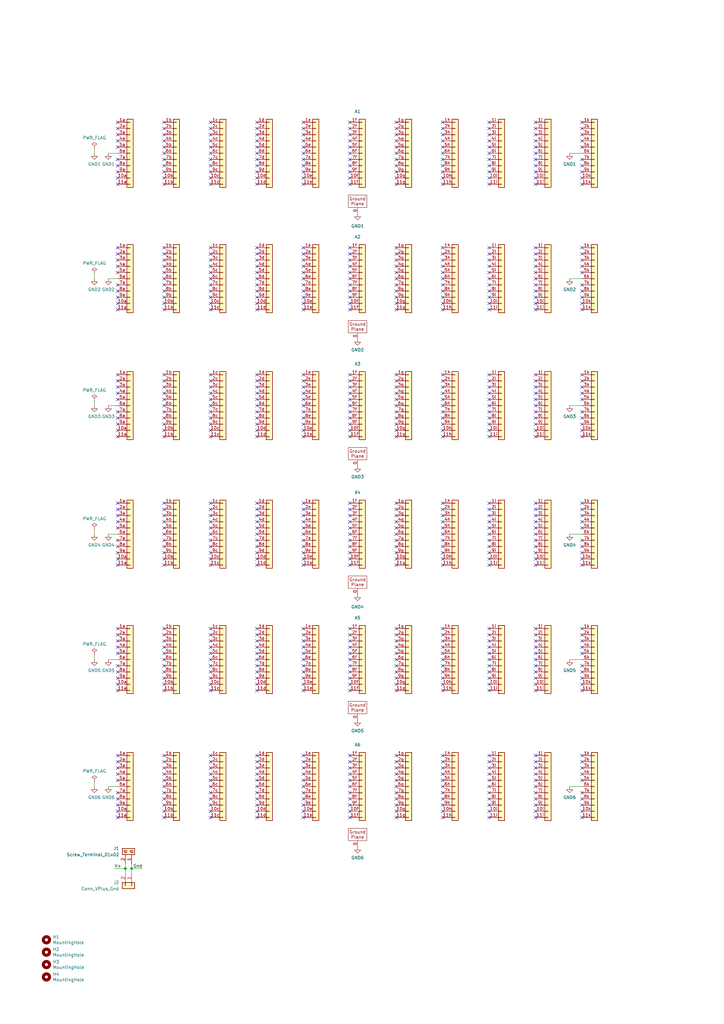
<source format=kicad_sch>
(kicad_sch (version 20230121) (generator eeschema)
  (paper "A3" portrait)
  (lib_symbols
    (symbol "Connector:Screw_Terminal_01x02" (pin_names (offset 1.016) hide)
      (property "Reference" "J" (at 0 2.54 0))
      (property "Value" "Screw_Terminal_01x02" (at 0 -5.08 0))
      (symbol "Screw_Terminal_01x02_1_1"
        (pin passive line (at -5.08 0 0) (length 3.81) (name "Pin_1") (number "1"))
        (pin passive line (at -5.08 -2.54 0) (length 3.81) (name "Pin_2") (number "2"))
      )
    )
    (symbol "Mechanical:MountingHole" (pin_names (offset 1.016))
      (property "Reference" "H" (at 0 5.08 0))
      (property "Value" "MountingHole" (at 0 3.175 0))
    )
    (symbol "RF_ProtoBoard:Conn_VPlus_Gnd" (pin_names (offset 1.016) hide) (in_bom no)
      (property "Reference" "J" (at 0 2.54 0))
      (property "Value" "Conn_VPlus_Gnd" (at 0 -5.08 0))
      (symbol "Conn_VPlus_Gnd_1_1"
        (pin passive line (at -5.08 0 0) (length 3.81) (name "Pin_1") (number "1"))
        (pin passive line (at -5.08 -2.54 0) (length 3.81) (name "Pin_2") (number "2"))
      )
    )
    (symbol "RF_ProtoBoard:GND4" (power) (pin_names (offset 0))
      (property "Value" "GND4" (at 0 -3.81 0))
      (symbol "GND4_1_1"
        (pin power_in line (at 0 0 270) (length 0) hide (name "GND4") (number "1"))
      )
    )
    (symbol "RF_ProtoBoard:GND5" (power) (pin_names (offset 0))
      (property "Value" "GND5" (at 0 -3.81 0))
      (symbol "GND5_1_1"
        (pin power_in line (at 0 0 270) (length 0) hide (name "GND5") (number "1"))
      )
    )
    (symbol "RF_ProtoBoard:GND6" (power) (pin_names (offset 0))
      (property "Value" "GND6" (at 0 -3.81 0))
      (symbol "GND6_1_1"
        (pin power_in line (at 0 0 270) (length 0) hide (name "GND6") (number "1"))
      )
    )
    (symbol "RF_ProtoBoard:GndRing_RF_ProtoBoard_Module" (pin_names hide) (in_bom no)
      (property "Reference" "A" (at 0 -36.195 0))
      (symbol "GndRing_RF_ProtoBoard_Module_1_1"
        (text "Ground\nPlane" (at 0 -19.685 0) (effects (font (size 1.27 1.27))))
        (pin passive line (at 0 -24.765 90) (length 2.54) (name "Pin_Gnd") (number "0"))
        (pin passive line (at -98.425 -10.16 0) (length 3.81) (name "Pin_10a") (number "10a"))
        (pin passive line (at -79.375 -10.16 0) (length 3.81) (name "Pin_10b") (number "10b"))
        (pin passive line (at -60.325 -10.16 0) (length 3.81) (name "Pin_10c") (number "10c"))
        (pin passive line (at -41.275 -10.16 0) (length 3.81) (name "Pin_10d") (number "10d"))
        (pin passive line (at -22.225 -10.16 0) (length 3.81) (name "Pin_10e") (number "10e"))
        (pin passive line (at -3.175 -10.16 0) (length 3.81) (name "Pin_10f") (number "10f"))
        (pin passive line (at 15.875 -10.16 0) (length 3.81) (name "Pin_10g") (number "10g"))
        (pin passive line (at 34.925 -10.16 0) (length 3.81) (name "Pin_10h") (number "10h"))
        (pin passive line (at 53.975 -10.16 0) (length 3.81) (name "Pin_10i") (number "10i"))
        (pin passive line (at 73.025 -10.16 0) (length 3.81) (name "Pin_10j") (number "10j"))
        (pin passive line (at 92.075 -10.16 0) (length 3.81) (name "Pin_10k") (number "10k"))
        (pin passive line (at -98.425 -12.7 0) (length 3.81) (name "Pin_11a") (number "11a"))
        (pin passive line (at -79.375 -12.7 0) (length 3.81) (name "Pin_11b") (number "11b"))
        (pin passive line (at -60.325 -12.7 0) (length 3.81) (name "Pin_11c") (number "11c"))
        (pin passive line (at -41.275 -12.7 0) (length 3.81) (name "Pin_11d") (number "11d"))
        (pin passive line (at -22.225 -12.7 0) (length 3.81) (name "Pin_11e") (number "11e"))
        (pin passive line (at -3.175 -12.7 0) (length 3.81) (name "Pin_11f") (number "11f"))
        (pin passive line (at 15.875 -12.7 0) (length 3.81) (name "Pin_11g") (number "11g"))
        (pin passive line (at 34.925 -12.7 0) (length 3.81) (name "Pin_11h") (number "11h"))
        (pin passive line (at 53.975 -12.7 0) (length 3.81) (name "Pin_11i") (number "11i"))
        (pin passive line (at 73.025 -12.7 0) (length 3.81) (name "Pin_11j") (number "11j"))
        (pin passive line (at 92.075 -12.7 0) (length 3.81) (name "Pin_11k") (number "11k"))
        (pin passive line (at -98.425 12.7 0) (length 3.81) (name "Pin_1a") (number "1a"))
        (pin passive line (at -79.375 12.7 0) (length 3.81) (name "Pin_1b") (number "1b"))
        (pin passive line (at -60.325 12.7 0) (length 3.81) (name "Pin_1c") (number "1c"))
        (pin passive line (at -41.275 12.7 0) (length 3.81) (name "Pin_1d") (number "1d"))
        (pin passive line (at -22.225 12.7 0) (length 3.81) (name "Pin_1e") (number "1e"))
        (pin passive line (at -3.175 12.7 0) (length 3.81) (name "Pin_1f") (number "1f"))
        (pin passive line (at 15.875 12.7 0) (length 3.81) (name "Pin_1g") (number "1g"))
        (pin passive line (at 34.925 12.7 0) (length 3.81) (name "Pin_1h") (number "1h"))
        (pin passive line (at 53.975 12.7 0) (length 3.81) (name "Pin_1i") (number "1i"))
        (pin passive line (at 73.025 12.7 0) (length 3.81) (name "Pin_1j") (number "1j"))
        (pin passive line (at 92.075 12.7 0) (length 3.81) (name "Pin_1k") (number "1k"))
        (pin passive line (at -98.425 10.16 0) (length 3.81) (name "Pin_2a") (number "2a"))
        (pin passive line (at -79.375 10.16 0) (length 3.81) (name "Pin_2b") (number "2b"))
        (pin passive line (at -60.325 10.16 0) (length 3.81) (name "Pin_2c") (number "2c"))
        (pin passive line (at -41.275 10.16 0) (length 3.81) (name "Pin_2d") (number "2d"))
        (pin passive line (at -22.225 10.16 0) (length 3.81) (name "Pin_2e") (number "2e"))
        (pin passive line (at -3.175 10.16 0) (length 3.81) (name "Pin_2f") (number "2f"))
        (pin passive line (at 15.875 10.16 0) (length 3.81) (name "Pin_2g") (number "2g"))
        (pin passive line (at 34.925 10.16 0) (length 3.81) (name "Pin_2h") (number "2h"))
        (pin passive line (at 53.975 10.16 0) (length 3.81) (name "Pin_2i") (number "2i"))
        (pin passive line (at 73.025 10.16 0) (length 3.81) (name "Pin_2j") (number "2j"))
        (pin passive line (at 92.075 10.16 0) (length 3.81) (name "Pin_2k") (number "2k"))
        (pin passive line (at -98.425 7.62 0) (length 3.81) (name "Pin_3a") (number "3a"))
        (pin passive line (at -79.375 7.62 0) (length 3.81) (name "Pin_3b") (number "3b"))
        (pin passive line (at -60.325 7.62 0) (length 3.81) (name "Pin_3c") (number "3c"))
        (pin passive line (at -41.275 7.62 0) (length 3.81) (name "Pin_3d") (number "3d"))
        (pin passive line (at -22.225 7.62 0) (length 3.81) (name "Pin_3e") (number "3e"))
        (pin passive line (at -3.175 7.62 0) (length 3.81) (name "Pin_3f") (number "3f"))
        (pin passive line (at 15.875 7.62 0) (length 3.81) (name "Pin_3g") (number "3g"))
        (pin passive line (at 34.925 7.62 0) (length 3.81) (name "Pin_3h") (number "3h"))
        (pin passive line (at 53.975 7.62 0) (length 3.81) (name "Pin_3i") (number "3i"))
        (pin passive line (at 73.025 7.62 0) (length 3.81) (name "Pin_3j") (number "3j"))
        (pin passive line (at 92.075 7.62 0) (length 3.81) (name "Pin_3k") (number "3k"))
        (pin passive line (at -98.425 5.08 0) (length 3.81) (name "Pin_4a") (number "4a"))
        (pin passive line (at -79.375 5.08 0) (length 3.81) (name "Pin_4b") (number "4b"))
        (pin passive line (at -60.325 5.08 0) (length 3.81) (name "Pin_4c") (number "4c"))
        (pin passive line (at -41.275 5.08 0) (length 3.81) (name "Pin_4d") (number "4d"))
        (pin passive line (at -22.225 5.08 0) (length 3.81) (name "Pin_4e") (number "4e"))
        (pin passive line (at -3.175 5.08 0) (length 3.81) (name "Pin_4f") (number "4f"))
        (pin passive line (at 15.875 5.08 0) (length 3.81) (name "Pin_4g") (number "4g"))
        (pin passive line (at 34.925 5.08 0) (length 3.81) (name "Pin_4h") (number "4h"))
        (pin passive line (at 53.975 5.08 0) (length 3.81) (name "Pin_4i") (number "4i"))
        (pin passive line (at 73.025 5.08 0) (length 3.81) (name "Pin_4j") (number "4j"))
        (pin passive line (at 92.075 5.08 0) (length 3.81) (name "Pin_4k") (number "4k"))
        (pin passive line (at -98.425 2.54 0) (length 3.81) (name "Pin_5a") (number "5a"))
        (pin passive line (at -79.375 2.54 0) (length 3.81) (name "Pin_5b") (number "5b"))
        (pin passive line (at -60.325 2.54 0) (length 3.81) (name "Pin_5c") (number "5c"))
        (pin passive line (at -41.275 2.54 0) (length 3.81) (name "Pin_5d") (number "5d"))
        (pin passive line (at -22.225 2.54 0) (length 3.81) (name "Pin_5e") (number "5e"))
        (pin passive line (at -3.175 2.54 0) (length 3.81) (name "Pin_5f") (number "5f"))
        (pin passive line (at 15.875 2.54 0) (length 3.81) (name "Pin_5g") (number "5g"))
        (pin passive line (at 34.925 2.54 0) (length 3.81) (name "Pin_5h") (number "5h"))
        (pin passive line (at 53.975 2.54 0) (length 3.81) (name "Pin_5i") (number "5i"))
        (pin passive line (at 73.025 2.54 0) (length 3.81) (name "Pin_5j") (number "5j"))
        (pin passive line (at 92.075 2.54 0) (length 3.81) (name "Pin_5k") (number "5k"))
        (pin passive line (at -98.425 0 0) (length 3.81) (name "Pin_6a") (number "6a"))
        (pin passive line (at -79.375 0 0) (length 3.81) (name "Pin_6b") (number "6b"))
        (pin passive line (at -60.325 0 0) (length 3.81) (name "Pin_6c") (number "6c"))
        (pin passive line (at -41.275 0 0) (length 3.81) (name "Pin_6d") (number "6d"))
        (pin passive line (at -22.225 0 0) (length 3.81) (name "Pin_6e") (number "6e"))
        (pin passive line (at -3.175 0 0) (length 3.81) (name "Pin_6f") (number "6f"))
        (pin passive line (at 15.875 0 0) (length 3.81) (name "Pin_6g") (number "6g"))
        (pin passive line (at 34.925 0 0) (length 3.81) (name "Pin_6h") (number "6h"))
        (pin passive line (at 53.975 0 0) (length 3.81) (name "Pin_6i") (number "6i"))
        (pin passive line (at 73.025 0 0) (length 3.81) (name "Pin_6j") (number "6j"))
        (pin passive line (at 92.075 0 0) (length 3.81) (name "Pin_6k") (number "6k"))
        (pin passive line (at -98.425 -2.54 0) (length 3.81) (name "Pin_7a") (number "7a"))
        (pin passive line (at -79.375 -2.54 0) (length 3.81) (name "Pin_7b") (number "7b"))
        (pin passive line (at -60.325 -2.54 0) (length 3.81) (name "Pin_7c") (number "7c"))
        (pin passive line (at -41.275 -2.54 0) (length 3.81) (name "Pin_7d") (number "7d"))
        (pin passive line (at -22.225 -2.54 0) (length 3.81) (name "Pin_7e") (number "7e"))
        (pin passive line (at -3.175 -2.54 0) (length 3.81) (name "Pin_7f") (number "7f"))
        (pin passive line (at 15.875 -2.54 0) (length 3.81) (name "Pin_7g") (number "7g"))
        (pin passive line (at 34.925 -2.54 0) (length 3.81) (name "Pin_7h") (number "7h"))
        (pin passive line (at 53.975 -2.54 0) (length 3.81) (name "Pin_7i") (number "7i"))
        (pin passive line (at 73.025 -2.54 0) (length 3.81) (name "Pin_7j") (number "7j"))
        (pin passive line (at 92.075 -2.54 0) (length 3.81) (name "Pin_7k") (number "7k"))
        (pin passive line (at -98.425 -5.08 0) (length 3.81) (name "Pin_8a") (number "8a"))
        (pin passive line (at -79.375 -5.08 0) (length 3.81) (name "Pin_8b") (number "8b"))
        (pin passive line (at -60.325 -5.08 0) (length 3.81) (name "Pin_8c") (number "8c"))
        (pin passive line (at -41.275 -5.08 0) (length 3.81) (name "Pin_8d") (number "8d"))
        (pin passive line (at -22.225 -5.08 0) (length 3.81) (name "Pin_8e") (number "8e"))
        (pin passive line (at -3.175 -5.08 0) (length 3.81) (name "Pin_8f") (number "8f"))
        (pin passive line (at 15.875 -5.08 0) (length 3.81) (name "Pin_8g") (number "8g"))
        (pin passive line (at 34.925 -5.08 0) (length 3.81) (name "Pin_8h") (number "8h"))
        (pin passive line (at 53.975 -5.08 0) (length 3.81) (name "Pin_8i") (number "8i"))
        (pin passive line (at 73.025 -5.08 0) (length 3.81) (name "Pin_8j") (number "8j"))
        (pin passive line (at 92.075 -5.08 0) (length 3.81) (name "Pin_8k") (number "8k"))
        (pin passive line (at -98.425 -7.62 0) (length 3.81) (name "Pin_9a") (number "9a"))
        (pin passive line (at -79.375 -7.62 0) (length 3.81) (name "Pin_9b") (number "9b"))
        (pin passive line (at -60.325 -7.62 0) (length 3.81) (name "Pin_9c") (number "9c"))
        (pin passive line (at -41.275 -7.62 0) (length 3.81) (name "Pin_9d") (number "9d"))
        (pin passive line (at -22.225 -7.62 0) (length 3.81) (name "Pin_9e") (number "9e"))
        (pin passive line (at -3.175 -7.62 0) (length 3.81) (name "Pin_9f") (number "9f"))
        (pin passive line (at 15.875 -7.62 0) (length 3.81) (name "Pin_9g") (number "9g"))
        (pin passive line (at 34.925 -7.62 0) (length 3.81) (name "Pin_9h") (number "9h"))
        (pin passive line (at 53.975 -7.62 0) (length 3.81) (name "Pin_9i") (number "9i"))
        (pin passive line (at 73.025 -7.62 0) (length 3.81) (name "Pin_9j") (number "9j"))
        (pin passive line (at 92.075 -7.62 0) (length 3.81) (name "Pin_9k") (number "9k"))
      )
    )
    (symbol "power:GND1" (power) (pin_names (offset 0))
      (property "Value" "GND1" (at 0 -3.81 0))
      (symbol "GND1_1_1"
        (pin power_in line (at 0 0 270) (length 0) hide (name "GND1") (number "1"))
      )
    )
    (symbol "power:GND2" (power) (pin_names (offset 0))
      (property "Value" "GND2" (at 0 -3.81 0))
      (symbol "GND2_1_1"
        (pin power_in line (at 0 0 270) (length 0) hide (name "GND2") (number "1"))
      )
    )
    (symbol "power:GND3" (power) (pin_names (offset 0))
      (property "Value" "GND3" (at 0 -3.81 0))
      (symbol "GND3_1_1"
        (pin power_in line (at 0 0 270) (length 0) hide (name "GND3") (number "1"))
      )
    )
    (symbol "power:PWR_FLAG" (power) (pin_numbers hide) (pin_names (offset 0) hide)
      (property "Value" "PWR_FLAG" (at 0 3.81 0))
      (symbol "PWR_FLAG_0_0"
        (pin power_out line (at 0 0 90) (length 0) (name "pwr") (number "1"))
      )
    )
  )
  (junction (at 51.435 356.235))
  (junction (at 53.975 356.235))
  (no_connect (at 162.56 327.66))
  (no_connect (at 219.71 67.945))
  (no_connect (at 219.71 153.67))
  (no_connect (at 219.71 283.21))
  (no_connect (at 48.26 127))
  (no_connect (at 105.41 208.915))
  (no_connect (at 238.76 211.455))
  (no_connect (at 48.26 161.29))
  (no_connect (at 67.31 262.89))
  (no_connect (at 67.31 320.04))
  (no_connect (at 143.51 330.2))
  (no_connect (at 143.51 322.58))
  (no_connect (at 86.36 101.6))
  (no_connect (at 181.61 219.075))
  (no_connect (at 181.61 62.865))
  (no_connect (at 124.46 168.91))
  (no_connect (at 181.61 52.705))
  (no_connect (at 219.71 213.995))
  (no_connect (at 219.71 65.405))
  (no_connect (at 143.51 161.29))
  (no_connect (at 219.71 171.45))
  (no_connect (at 105.41 161.29))
  (no_connect (at 162.56 335.28))
  (no_connect (at 143.51 275.59))
  (no_connect (at 143.51 229.235))
  (no_connect (at 200.66 267.97))
  (no_connect (at 143.51 335.28))
  (no_connect (at 105.41 280.67))
  (no_connect (at 143.51 104.14))
  (no_connect (at 67.31 116.84))
  (no_connect (at 219.71 211.455))
  (no_connect (at 162.56 309.88))
  (no_connect (at 219.71 327.66))
  (no_connect (at 86.36 111.76))
  (no_connect (at 219.71 278.13))
  (no_connect (at 105.41 104.14))
  (no_connect (at 200.66 176.53))
  (no_connect (at 162.56 171.45))
  (no_connect (at 143.51 163.83))
  (no_connect (at 143.51 226.695))
  (no_connect (at 181.61 116.84))
  (no_connect (at 162.56 179.07))
  (no_connect (at 219.71 262.89))
  (no_connect (at 143.51 213.995))
  (no_connect (at 162.56 65.405))
  (no_connect (at 143.51 73.025))
  (no_connect (at 238.76 163.83))
  (no_connect (at 200.66 219.075))
  (no_connect (at 143.51 55.245))
  (no_connect (at 200.66 116.84))
  (no_connect (at 124.46 67.945))
  (no_connect (at 67.31 211.455))
  (no_connect (at 219.71 75.565))
  (no_connect (at 67.31 335.28))
  (no_connect (at 67.31 101.6))
  (no_connect (at 200.66 124.46))
  (no_connect (at 105.41 62.865))
  (no_connect (at 181.61 221.615))
  (no_connect (at 105.41 265.43))
  (no_connect (at 238.76 275.59))
  (no_connect (at 219.71 231.775))
  (no_connect (at 143.51 206.375))
  (no_connect (at 162.56 278.13))
  (no_connect (at 219.71 127))
  (no_connect (at 143.51 52.705))
  (no_connect (at 86.36 158.75))
  (no_connect (at 200.66 314.96))
  (no_connect (at 143.51 127))
  (no_connect (at 219.71 166.37))
  (no_connect (at 105.41 224.155))
  (no_connect (at 105.41 124.46))
  (no_connect (at 238.76 330.2))
  (no_connect (at 48.26 226.695))
  (no_connect (at 181.61 273.05))
  (no_connect (at 162.56 127))
  (no_connect (at 48.26 211.455))
  (no_connect (at 48.26 278.13))
  (no_connect (at 238.76 104.14))
  (no_connect (at 124.46 231.775))
  (no_connect (at 162.56 156.21))
  (no_connect (at 48.26 317.5))
  (no_connect (at 86.36 309.88))
  (no_connect (at 181.61 166.37))
  (no_connect (at 181.61 163.83))
  (no_connect (at 86.36 104.14))
  (no_connect (at 86.36 332.74))
  (no_connect (at 238.76 221.615))
  (no_connect (at 105.41 173.99))
  (no_connect (at 67.31 330.2))
  (no_connect (at 143.51 121.92))
  (no_connect (at 67.31 106.68))
  (no_connect (at 181.61 106.68))
  (no_connect (at 219.71 208.915))
  (no_connect (at 48.26 332.74))
  (no_connect (at 124.46 70.485))
  (no_connect (at 219.71 124.46))
  (no_connect (at 124.46 257.81))
  (no_connect (at 143.51 67.945))
  (no_connect (at 200.66 322.58))
  (no_connect (at 162.56 57.785))
  (no_connect (at 162.56 70.485))
  (no_connect (at 238.76 121.92))
  (no_connect (at 48.26 320.04))
  (no_connect (at 48.26 216.535))
  (no_connect (at 181.61 327.66))
  (no_connect (at 124.46 179.07))
  (no_connect (at 67.31 153.67))
  (no_connect (at 238.76 168.91))
  (no_connect (at 48.26 52.705))
  (no_connect (at 181.61 267.97))
  (no_connect (at 162.56 262.89))
  (no_connect (at 48.26 111.76))
  (no_connect (at 143.51 153.67))
  (no_connect (at 219.71 325.12))
  (no_connect (at 181.61 153.67))
  (no_connect (at 124.46 116.84))
  (no_connect (at 200.66 166.37))
  (no_connect (at 162.56 109.22))
  (no_connect (at 105.41 231.775))
  (no_connect (at 105.41 67.945))
  (no_connect (at 162.56 119.38))
  (no_connect (at 143.51 262.89))
  (no_connect (at 124.46 270.51))
  (no_connect (at 86.36 231.775))
  (no_connect (at 105.41 317.5))
  (no_connect (at 181.61 206.375))
  (no_connect (at 124.46 57.785))
  (no_connect (at 238.76 52.705))
  (no_connect (at 238.76 65.405))
  (no_connect (at 67.31 166.37))
  (no_connect (at 105.41 327.66))
  (no_connect (at 200.66 330.2))
  (no_connect (at 162.56 121.92))
  (no_connect (at 162.56 111.76))
  (no_connect (at 124.46 62.865))
  (no_connect (at 200.66 60.325))
  (no_connect (at 181.61 67.945))
  (no_connect (at 181.61 171.45))
  (no_connect (at 162.56 50.165))
  (no_connect (at 48.26 75.565))
  (no_connect (at 67.31 216.535))
  (no_connect (at 219.71 111.76))
  (no_connect (at 219.71 109.22))
  (no_connect (at 67.31 327.66))
  (no_connect (at 48.26 156.21))
  (no_connect (at 181.61 73.025))
  (no_connect (at 200.66 224.155))
  (no_connect (at 200.66 273.05))
  (no_connect (at 200.66 335.28))
  (no_connect (at 86.36 278.13))
  (no_connect (at 67.31 179.07))
  (no_connect (at 48.26 65.405))
  (no_connect (at 67.31 267.97))
  (no_connect (at 86.36 221.615))
  (no_connect (at 181.61 275.59))
  (no_connect (at 124.46 55.245))
  (no_connect (at 105.41 156.21))
  (no_connect (at 181.61 309.88))
  (no_connect (at 86.36 325.12))
  (no_connect (at 162.56 163.83))
  (no_connect (at 48.26 262.89))
  (no_connect (at 124.46 273.05))
  (no_connect (at 219.71 168.91))
  (no_connect (at 124.46 114.3))
  (no_connect (at 48.26 153.67))
  (no_connect (at 48.26 325.12))
  (no_connect (at 105.41 260.35))
  (no_connect (at 143.51 109.22))
  (no_connect (at 105.41 312.42))
  (no_connect (at 67.31 50.165))
  (no_connect (at 219.71 163.83))
  (no_connect (at 162.56 67.945))
  (no_connect (at 162.56 322.58))
  (no_connect (at 124.46 111.76))
  (no_connect (at 67.31 104.14))
  (no_connect (at 238.76 60.325))
  (no_connect (at 143.51 265.43))
  (no_connect (at 143.51 278.13))
  (no_connect (at 200.66 171.45))
  (no_connect (at 219.71 50.165))
  (no_connect (at 105.41 75.565))
  (no_connect (at 219.71 179.07))
  (no_connect (at 238.76 173.99))
  (no_connect (at 238.76 50.165))
  (no_connect (at 200.66 55.245))
  (no_connect (at 181.61 179.07))
  (no_connect (at 105.41 211.455))
  (no_connect (at 143.51 176.53))
  (no_connect (at 48.26 106.68))
  (no_connect (at 143.51 216.535))
  (no_connect (at 86.36 265.43))
  (no_connect (at 105.41 163.83))
  (no_connect (at 105.41 171.45))
  (no_connect (at 67.31 62.865))
  (no_connect (at 219.71 221.615))
  (no_connect (at 143.51 166.37))
  (no_connect (at 181.61 101.6))
  (no_connect (at 162.56 206.375))
  (no_connect (at 143.51 280.67))
  (no_connect (at 181.61 109.22))
  (no_connect (at 124.46 260.35))
  (no_connect (at 48.26 57.785))
  (no_connect (at 86.36 173.99))
  (no_connect (at 143.51 208.915))
  (no_connect (at 48.26 55.245))
  (no_connect (at 200.66 114.3))
  (no_connect (at 86.36 163.83))
  (no_connect (at 86.36 75.565))
  (no_connect (at 238.76 101.6))
  (no_connect (at 181.61 161.29))
  (no_connect (at 86.36 327.66))
  (no_connect (at 67.31 127))
  (no_connect (at 86.36 65.405))
  (no_connect (at 143.51 231.775))
  (no_connect (at 124.46 60.325))
  (no_connect (at 238.76 55.245))
  (no_connect (at 162.56 219.075))
  (no_connect (at 67.31 280.67))
  (no_connect (at 86.36 257.81))
  (no_connect (at 162.56 280.67))
  (no_connect (at 238.76 109.22))
  (no_connect (at 162.56 114.3))
  (no_connect (at 105.41 257.81))
  (no_connect (at 86.36 280.67))
  (no_connect (at 200.66 312.42))
  (no_connect (at 86.36 267.97))
  (no_connect (at 238.76 206.375))
  (no_connect (at 200.66 278.13))
  (no_connect (at 181.61 335.28))
  (no_connect (at 67.31 158.75))
  (no_connect (at 143.51 101.6))
  (no_connect (at 105.41 332.74))
  (no_connect (at 238.76 213.995))
  (no_connect (at 105.41 52.705))
  (no_connect (at 86.36 114.3))
  (no_connect (at 105.41 116.84))
  (no_connect (at 86.36 320.04))
  (no_connect (at 67.31 265.43))
  (no_connect (at 238.76 309.88))
  (no_connect (at 219.71 70.485))
  (no_connect (at 86.36 312.42))
  (no_connect (at 200.66 75.565))
  (no_connect (at 86.36 260.35))
  (no_connect (at 124.46 176.53))
  (no_connect (at 219.71 116.84))
  (no_connect (at 238.76 335.28))
  (no_connect (at 219.71 309.88))
  (no_connect (at 124.46 124.46))
  (no_connect (at 219.71 320.04))
  (no_connect (at 86.36 275.59))
  (no_connect (at 143.51 267.97))
  (no_connect (at 238.76 229.235))
  (no_connect (at 67.31 119.38))
  (no_connect (at 124.46 332.74))
  (no_connect (at 67.31 231.775))
  (no_connect (at 238.76 156.21))
  (no_connect (at 181.61 70.485))
  (no_connect (at 162.56 75.565))
  (no_connect (at 67.31 257.81))
  (no_connect (at 181.61 57.785))
  (no_connect (at 219.71 176.53))
  (no_connect (at 105.41 283.21))
  (no_connect (at 143.51 309.88))
  (no_connect (at 143.51 57.785))
  (no_connect (at 124.46 280.67))
  (no_connect (at 162.56 226.695))
  (no_connect (at 200.66 106.68))
  (no_connect (at 219.71 161.29))
  (no_connect (at 48.26 267.97))
  (no_connect (at 181.61 231.775))
  (no_connect (at 143.51 116.84))
  (no_connect (at 105.41 275.59))
  (no_connect (at 162.56 267.97))
  (no_connect (at 105.41 55.245))
  (no_connect (at 162.56 116.84))
  (no_connect (at 124.46 127))
  (no_connect (at 86.36 119.38))
  (no_connect (at 105.41 158.75))
  (no_connect (at 48.26 327.66))
  (no_connect (at 181.61 156.21))
  (no_connect (at 48.26 116.84))
  (no_connect (at 162.56 265.43))
  (no_connect (at 67.31 270.51))
  (no_connect (at 181.61 114.3))
  (no_connect (at 86.36 121.92))
  (no_connect (at 162.56 211.455))
  (no_connect (at 143.51 273.05))
  (no_connect (at 219.71 260.35))
  (no_connect (at 48.26 275.59))
  (no_connect (at 181.61 325.12))
  (no_connect (at 162.56 101.6))
  (no_connect (at 86.36 52.705))
  (no_connect (at 200.66 156.21))
  (no_connect (at 124.46 101.6))
  (no_connect (at 200.66 109.22))
  (no_connect (at 181.61 168.91))
  (no_connect (at 86.36 229.235))
  (no_connect (at 238.76 179.07))
  (no_connect (at 124.46 166.37))
  (no_connect (at 238.76 124.46))
  (no_connect (at 67.31 325.12))
  (no_connect (at 86.36 116.84))
  (no_connect (at 67.31 67.945))
  (no_connect (at 162.56 104.14))
  (no_connect (at 238.76 119.38))
  (no_connect (at 200.66 173.99))
  (no_connect (at 105.41 206.375))
  (no_connect (at 181.61 176.53))
  (no_connect (at 200.66 320.04))
  (no_connect (at 124.46 65.405))
  (no_connect (at 200.66 168.91))
  (no_connect (at 124.46 283.21))
  (no_connect (at 162.56 173.99))
  (no_connect (at 219.71 156.21))
  (no_connect (at 67.31 208.915))
  (no_connect (at 181.61 216.535))
  (no_connect (at 200.66 213.995))
  (no_connect (at 162.56 260.35))
  (no_connect (at 238.76 208.915))
  (no_connect (at 124.46 309.88))
  (no_connect (at 200.66 104.14))
  (no_connect (at 143.51 179.07))
  (no_connect (at 67.31 275.59))
  (no_connect (at 105.41 114.3))
  (no_connect (at 86.36 216.535))
  (no_connect (at 48.26 208.915))
  (no_connect (at 86.36 224.155))
  (no_connect (at 143.51 221.615))
  (no_connect (at 67.31 70.485))
  (no_connect (at 67.31 206.375))
  (no_connect (at 86.36 226.695))
  (no_connect (at 181.61 330.2))
  (no_connect (at 67.31 73.025))
  (no_connect (at 105.41 309.88))
  (no_connect (at 181.61 320.04))
  (no_connect (at 86.36 283.21))
  (no_connect (at 200.66 221.615))
  (no_connect (at 219.71 312.42))
  (no_connect (at 67.31 114.3))
  (no_connect (at 200.66 327.66))
  (no_connect (at 181.61 65.405))
  (no_connect (at 181.61 60.325))
  (no_connect (at 200.66 275.59))
  (no_connect (at 162.56 221.615))
  (no_connect (at 238.76 278.13))
  (no_connect (at 48.26 265.43))
  (no_connect (at 238.76 314.96))
  (no_connect (at 200.66 70.485))
  (no_connect (at 219.71 317.5))
  (no_connect (at 86.36 208.915))
  (no_connect (at 105.41 335.28))
  (no_connect (at 219.71 219.075))
  (no_connect (at 67.31 163.83))
  (no_connect (at 67.31 65.405))
  (no_connect (at 124.46 153.67))
  (no_connect (at 200.66 332.74))
  (no_connect (at 124.46 109.22))
  (no_connect (at 219.71 270.51))
  (no_connect (at 143.51 60.325))
  (no_connect (at 200.66 280.67))
  (no_connect (at 219.71 104.14))
  (no_connect (at 67.31 161.29))
  (no_connect (at 219.71 55.245))
  (no_connect (at 219.71 206.375))
  (no_connect (at 48.26 173.99))
  (no_connect (at 124.46 173.99))
  (no_connect (at 105.41 168.91))
  (no_connect (at 200.66 67.945))
  (no_connect (at 181.61 121.92))
  (no_connect (at 105.41 219.075))
  (no_connect (at 67.31 124.46))
  (no_connect (at 143.51 62.865))
  (no_connect (at 48.26 179.07))
  (no_connect (at 124.46 158.75))
  (no_connect (at 124.46 50.165))
  (no_connect (at 238.76 111.76))
  (no_connect (at 105.41 50.165))
  (no_connect (at 86.36 73.025))
  (no_connect (at 238.76 127))
  (no_connect (at 181.61 111.76))
  (no_connect (at 200.66 260.35))
  (no_connect (at 86.36 161.29))
  (no_connect (at 67.31 278.13))
  (no_connect (at 105.41 320.04))
  (no_connect (at 67.31 273.05))
  (no_connect (at 105.41 213.995))
  (no_connect (at 219.71 52.705))
  (no_connect (at 238.76 116.84))
  (no_connect (at 105.41 121.92))
  (no_connect (at 238.76 161.29))
  (no_connect (at 67.31 226.695))
  (no_connect (at 105.41 273.05))
  (no_connect (at 124.46 262.89))
  (no_connect (at 238.76 67.945))
  (no_connect (at 200.66 127))
  (no_connect (at 238.76 327.66))
  (no_connect (at 124.46 206.375))
  (no_connect (at 162.56 312.42))
  (no_connect (at 48.26 229.235))
  (no_connect (at 200.66 325.12))
  (no_connect (at 219.71 280.67))
  (no_connect (at 143.51 106.68))
  (no_connect (at 200.66 52.705))
  (no_connect (at 105.41 216.535))
  (no_connect (at 143.51 65.405))
  (no_connect (at 162.56 213.995))
  (no_connect (at 200.66 57.785))
  (no_connect (at 105.41 60.325))
  (no_connect (at 219.71 330.2))
  (no_connect (at 67.31 121.92))
  (no_connect (at 219.71 60.325))
  (no_connect (at 200.66 62.865))
  (no_connect (at 105.41 179.07))
  (no_connect (at 124.46 320.04))
  (no_connect (at 124.46 121.92))
  (no_connect (at 67.31 317.5))
  (no_connect (at 48.26 309.88))
  (no_connect (at 162.56 224.155))
  (no_connect (at 48.26 206.375))
  (no_connect (at 143.51 260.35))
  (no_connect (at 143.51 114.3))
  (no_connect (at 105.41 70.485))
  (no_connect (at 181.61 260.35))
  (no_connect (at 48.26 121.92))
  (no_connect (at 124.46 322.58))
  (no_connect (at 124.46 52.705))
  (no_connect (at 86.36 70.485))
  (no_connect (at 238.76 332.74))
  (no_connect (at 181.61 283.21))
  (no_connect (at 86.36 127))
  (no_connect (at 48.26 73.025))
  (no_connect (at 67.31 314.96))
  (no_connect (at 181.61 75.565))
  (no_connect (at 48.26 168.91))
  (no_connect (at 200.66 119.38))
  (no_connect (at 162.56 275.59))
  (no_connect (at 124.46 327.66))
  (no_connect (at 181.61 127))
  (no_connect (at 200.66 163.83))
  (no_connect (at 238.76 283.21))
  (no_connect (at 124.46 213.995))
  (no_connect (at 200.66 208.915))
  (no_connect (at 124.46 161.29))
  (no_connect (at 105.41 166.37))
  (no_connect (at 200.66 309.88))
  (no_connect (at 48.26 50.165))
  (no_connect (at 200.66 101.6))
  (no_connect (at 48.26 109.22))
  (no_connect (at 162.56 60.325))
  (no_connect (at 86.36 179.07))
  (no_connect (at 238.76 70.485))
  (no_connect (at 200.66 231.775))
  (no_connect (at 48.26 163.83))
  (no_connect (at 124.46 221.615))
  (no_connect (at 200.66 226.695))
  (no_connect (at 238.76 158.75))
  (no_connect (at 219.71 275.59))
  (no_connect (at 124.46 119.38))
  (no_connect (at 238.76 262.89))
  (no_connect (at 162.56 325.12))
  (no_connect (at 162.56 314.96))
  (no_connect (at 200.66 111.76))
  (no_connect (at 105.41 314.96))
  (no_connect (at 143.51 50.165))
  (no_connect (at 48.26 221.615))
  (no_connect (at 219.71 257.81))
  (no_connect (at 238.76 171.45))
  (no_connect (at 105.41 322.58))
  (no_connect (at 162.56 317.5))
  (no_connect (at 162.56 55.245))
  (no_connect (at 67.31 213.995))
  (no_connect (at 86.36 270.51))
  (no_connect (at 143.51 327.66))
  (no_connect (at 143.51 325.12))
  (no_connect (at 67.31 224.155))
  (no_connect (at 238.76 176.53))
  (no_connect (at 238.76 267.97))
  (no_connect (at 124.46 156.21))
  (no_connect (at 219.71 229.235))
  (no_connect (at 219.71 267.97))
  (no_connect (at 181.61 119.38))
  (no_connect (at 86.36 322.58))
  (no_connect (at 86.36 317.5))
  (no_connect (at 105.41 111.76))
  (no_connect (at 67.31 229.235))
  (no_connect (at 219.71 62.865))
  (no_connect (at 200.66 216.535))
  (no_connect (at 86.36 168.91))
  (no_connect (at 48.26 273.05))
  (no_connect (at 105.41 109.22))
  (no_connect (at 67.31 168.91))
  (no_connect (at 48.26 67.945))
  (no_connect (at 162.56 168.91))
  (no_connect (at 124.46 75.565))
  (no_connect (at 181.61 229.235))
  (no_connect (at 238.76 73.025))
  (no_connect (at 48.26 314.96))
  (no_connect (at 86.36 206.375))
  (no_connect (at 86.36 106.68))
  (no_connect (at 86.36 262.89))
  (no_connect (at 238.76 75.565))
  (no_connect (at 48.26 124.46))
  (no_connect (at 162.56 62.865))
  (no_connect (at 219.71 158.75))
  (no_connect (at 200.66 211.455))
  (no_connect (at 105.41 176.53))
  (no_connect (at 200.66 153.67))
  (no_connect (at 200.66 206.375))
  (no_connect (at 200.66 179.07))
  (no_connect (at 124.46 330.2))
  (no_connect (at 48.26 330.2))
  (no_connect (at 105.41 229.235))
  (no_connect (at 67.31 55.245))
  (no_connect (at 143.51 317.5))
  (no_connect (at 219.71 335.28))
  (no_connect (at 200.66 161.29))
  (no_connect (at 143.51 312.42))
  (no_connect (at 143.51 320.04))
  (no_connect (at 105.41 267.97))
  (no_connect (at 67.31 260.35))
  (no_connect (at 219.71 106.68))
  (no_connect (at 162.56 330.2))
  (no_connect (at 162.56 229.235))
  (no_connect (at 143.51 124.46))
  (no_connect (at 181.61 278.13))
  (no_connect (at 124.46 229.235))
  (no_connect (at 67.31 332.74))
  (no_connect (at 219.71 73.025))
  (no_connect (at 200.66 317.5))
  (no_connect (at 86.36 176.53))
  (no_connect (at 124.46 73.025))
  (no_connect (at 67.31 75.565))
  (no_connect (at 143.51 168.91))
  (no_connect (at 86.36 273.05))
  (no_connect (at 48.26 60.325))
  (no_connect (at 181.61 208.915))
  (no_connect (at 86.36 330.2))
  (no_connect (at 219.71 224.155))
  (no_connect (at 200.66 270.51))
  (no_connect (at 181.61 226.695))
  (no_connect (at 105.41 65.405))
  (no_connect (at 143.51 111.76))
  (no_connect (at 86.36 109.22))
  (no_connect (at 48.26 283.21))
  (no_connect (at 105.41 330.2))
  (no_connect (at 105.41 278.13))
  (no_connect (at 67.31 52.705))
  (no_connect (at 162.56 332.74))
  (no_connect (at 219.71 173.99))
  (no_connect (at 67.31 156.21))
  (no_connect (at 143.51 224.155))
  (no_connect (at 86.36 156.21))
  (no_connect (at 143.51 171.45))
  (no_connect (at 219.71 265.43))
  (no_connect (at 124.46 312.42))
  (no_connect (at 162.56 73.025))
  (no_connect (at 86.36 67.945))
  (no_connect (at 219.71 114.3))
  (no_connect (at 124.46 265.43))
  (no_connect (at 238.76 153.67))
  (no_connect (at 200.66 65.405))
  (no_connect (at 124.46 171.45))
  (no_connect (at 86.36 57.785))
  (no_connect (at 181.61 322.58))
  (no_connect (at 238.76 231.775))
  (no_connect (at 162.56 124.46))
  (no_connect (at 48.26 158.75))
  (no_connect (at 162.56 153.67))
  (no_connect (at 219.71 226.695))
  (no_connect (at 238.76 106.68))
  (no_connect (at 200.66 257.81))
  (no_connect (at 124.46 224.155))
  (no_connect (at 143.51 270.51))
  (no_connect (at 86.36 55.245))
  (no_connect (at 86.36 219.075))
  (no_connect (at 143.51 283.21))
  (no_connect (at 219.71 101.6))
  (no_connect (at 181.61 265.43))
  (no_connect (at 143.51 75.565))
  (no_connect (at 162.56 208.915))
  (no_connect (at 124.46 325.12))
  (no_connect (at 162.56 176.53))
  (no_connect (at 200.66 262.89))
  (no_connect (at 67.31 173.99))
  (no_connect (at 124.46 226.695))
  (no_connect (at 105.41 106.68))
  (no_connect (at 67.31 171.45))
  (no_connect (at 162.56 283.21))
  (no_connect (at 181.61 332.74))
  (no_connect (at 143.51 219.075))
  (no_connect (at 200.66 50.165))
  (no_connect (at 219.71 57.785))
  (no_connect (at 48.26 176.53))
  (no_connect (at 181.61 280.67))
  (no_connect (at 124.46 211.455))
  (no_connect (at 181.61 224.155))
  (no_connect (at 48.26 119.38))
  (no_connect (at 238.76 273.05))
  (no_connect (at 67.31 60.325))
  (no_connect (at 162.56 166.37))
  (no_connect (at 238.76 317.5))
  (no_connect (at 162.56 270.51))
  (no_connect (at 238.76 216.535))
  (no_connect (at 143.51 158.75))
  (no_connect (at 200.66 73.025))
  (no_connect (at 67.31 176.53))
  (no_connect (at 238.76 312.42))
  (no_connect (at 143.51 156.21))
  (no_connect (at 124.46 219.075))
  (no_connect (at 181.61 314.96))
  (no_connect (at 105.41 226.695))
  (no_connect (at 124.46 317.5))
  (no_connect (at 67.31 322.58))
  (no_connect (at 67.31 57.785))
  (no_connect (at 162.56 52.705))
  (no_connect (at 238.76 57.785))
  (no_connect (at 238.76 260.35))
  (no_connect (at 86.36 62.865))
  (no_connect (at 124.46 335.28))
  (no_connect (at 181.61 124.46))
  (no_connect (at 124.46 104.14))
  (no_connect (at 48.26 213.995))
  (no_connect (at 219.71 273.05))
  (no_connect (at 181.61 213.995))
  (no_connect (at 181.61 257.81))
  (no_connect (at 67.31 221.615))
  (no_connect (at 105.41 127))
  (no_connect (at 181.61 104.14))
  (no_connect (at 162.56 216.535))
  (no_connect (at 124.46 275.59))
  (no_connect (at 105.41 119.38))
  (no_connect (at 181.61 312.42))
  (no_connect (at 124.46 216.535))
  (no_connect (at 48.26 280.67))
  (no_connect (at 181.61 55.245))
  (no_connect (at 86.36 153.67))
  (no_connect (at 105.41 101.6))
  (no_connect (at 162.56 231.775))
  (no_connect (at 238.76 320.04))
  (no_connect (at 67.31 111.76))
  (no_connect (at 48.26 101.6))
  (no_connect (at 200.66 121.92))
  (no_connect (at 200.66 158.75))
  (no_connect (at 105.41 270.51))
  (no_connect (at 143.51 173.99))
  (no_connect (at 143.51 314.96))
  (no_connect (at 86.36 211.455))
  (no_connect (at 67.31 109.22))
  (no_connect (at 48.26 104.14))
  (no_connect (at 200.66 229.235))
  (no_connect (at 181.61 270.51))
  (no_connect (at 219.71 314.96))
  (no_connect (at 238.76 224.155))
  (no_connect (at 181.61 211.455))
  (no_connect (at 124.46 278.13))
  (no_connect (at 162.56 257.81))
  (no_connect (at 86.36 60.325))
  (no_connect (at 238.76 257.81))
  (no_connect (at 143.51 70.485))
  (no_connect (at 105.41 325.12))
  (no_connect (at 219.71 216.535))
  (no_connect (at 67.31 219.075))
  (no_connect (at 181.61 173.99))
  (no_connect (at 181.61 50.165))
  (no_connect (at 143.51 257.81))
  (no_connect (at 143.51 119.38))
  (no_connect (at 67.31 283.21))
  (no_connect (at 124.46 314.96))
  (no_connect (at 200.66 283.21))
  (no_connect (at 48.26 312.42))
  (no_connect (at 238.76 226.695))
  (no_connect (at 219.71 121.92))
  (no_connect (at 181.61 262.89))
  (no_connect (at 162.56 161.29))
  (no_connect (at 105.41 221.615))
  (no_connect (at 48.26 224.155))
  (no_connect (at 105.41 262.89))
  (no_connect (at 124.46 267.97))
  (no_connect (at 86.36 213.995))
  (no_connect (at 238.76 280.67))
  (no_connect (at 67.31 312.42))
  (no_connect (at 86.36 166.37))
  (no_connect (at 219.71 332.74))
  (no_connect (at 162.56 106.68))
  (no_connect (at 238.76 325.12))
  (no_connect (at 48.26 70.485))
  (no_connect (at 124.46 106.68))
  (no_connect (at 86.36 171.45))
  (no_connect (at 48.26 171.45))
  (no_connect (at 162.56 273.05))
  (no_connect (at 48.26 257.81))
  (no_connect (at 86.36 314.96))
  (no_connect (at 124.46 163.83))
  (no_connect (at 48.26 260.35))
  (no_connect (at 181.61 317.5))
  (no_connect (at 48.26 335.28))
  (no_connect (at 143.51 211.455))
  (no_connect (at 86.36 335.28))
  (no_connect (at 105.41 57.785))
  (no_connect (at 105.41 73.025))
  (no_connect (at 219.71 119.38))
  (no_connect (at 200.66 265.43))
  (no_connect (at 86.36 124.46))
  (no_connect (at 105.41 153.67))
  (no_connect (at 162.56 320.04))
  (no_connect (at 48.26 231.775))
  (no_connect (at 181.61 158.75))
  (no_connect (at 238.76 265.43))
  (no_connect (at 67.31 309.88))
  (no_connect (at 124.46 208.915))
  (no_connect (at 162.56 158.75))
  (no_connect (at 143.51 332.74))
  (no_connect (at 219.71 322.58))
  (no_connect (at 86.36 50.165))
  (wire (pts (xy 38.735 62.865) (xy 38.735 60.96)))
  (wire (pts (xy 53.975 356.235) (xy 53.975 358.14)))
  (wire (pts (xy 44.45 219.075) (xy 48.26 219.075)))
  (wire (pts (xy 51.435 354.33) (xy 51.435 356.235)))
  (wire (pts (xy 46.99 356.235) (xy 51.435 356.235)))
  (wire (pts (xy 44.45 322.58) (xy 48.26 322.58)))
  (wire (pts (xy 38.735 219.075) (xy 38.735 217.17)))
  (wire (pts (xy 44.45 166.37) (xy 48.26 166.37)))
  (wire (pts (xy 233.68 166.37) (xy 238.76 166.37)))
  (wire (pts (xy 38.735 164.465) (xy 38.735 166.37)))
  (wire (pts (xy 44.45 270.51) (xy 48.26 270.51)))
  (wire (pts (xy 233.68 322.58) (xy 238.76 322.58)))
  (wire (pts (xy 38.735 270.51) (xy 38.735 268.605)))
  (wire (pts (xy 44.45 62.865) (xy 48.26 62.865)))
  (wire (pts (xy 233.68 114.3) (xy 238.76 114.3)))
  (wire (pts (xy 44.45 114.3) (xy 48.26 114.3)))
  (wire (pts (xy 233.68 62.865) (xy 238.76 62.865)))
  (wire (pts (xy 51.435 358.14) (xy 51.435 356.235)))
  (wire (pts (xy 38.735 112.395) (xy 38.735 114.3)))
  (wire (pts (xy 58.42 356.235) (xy 53.975 356.235)))
  (wire (pts (xy 38.735 322.58) (xy 38.735 320.675)))
  (wire (pts (xy 233.68 219.075) (xy 238.76 219.075)))
  (wire (pts (xy 233.68 270.51) (xy 238.76 270.51)))
  (wire (pts (xy 53.975 354.33) (xy 53.975 356.235)))
  (label "Gnd" (at 58.42 356.235 180))
  (label "V+" (at 46.99 356.235 0))
  (symbol (lib_id "power:GND2") (at 233.68 114.3 0) (unit 1)
    (property "Reference" "#PWR020" (effects hide))
    (property "Value" "GND2" (at 233.68 118.745 0))
  )
  (symbol (lib_id "Mechanical:MountingHole") (at 19.05 385.445 0) (unit 1)
    (property "Reference" "H1" (at 21.59 384.302 0) (effects (justify left)))
    (property "Value" "MountingHole" (at 21.59 386.588 0) (effects (justify left)))
    (property "Footprint" "RF_ProtoBoard:MountingHole_2.7mm_M2.5_Clearance_1.7mm" (effects hide))
    (property "Field4" "nf" (effects hide))
    (property "Field5" "nf" (effects hide))
    (property "Field6" "nf" (effects hide))
    (property "Field7" "nf" (effects hide))
    (property "Part Description" "M2.5 mounting hole" (effects hide))
  )
  (symbol (lib_id "RF_ProtoBoard:GND4") (at 38.735 219.075 0) (unit 1)
    (property "Reference" "#PWR010" (effects hide))
    (property "Value" "GND4" (at 38.735 223.52 0))
  )
  (symbol (lib_id "RF_ProtoBoard:GND5") (at 233.68 270.51 0) (unit 1)
    (property "Reference" "#PWR023" (effects hide))
    (property "Value" "GND5" (at 233.68 274.955 0))
  )
  (symbol (lib_id "RF_ProtoBoard:GND4") (at 44.45 219.075 0) (unit 1)
    (property "Reference" "#PWR015" (effects hide))
    (property "Value" "GND4" (at 44.45 223.52 0))
  )
  (symbol (lib_id "Mechanical:MountingHole") (at 19.05 395.605 0) (unit 1)
    (property "Reference" "H3" (at 21.59 394.462 0) (effects (justify left)))
    (property "Value" "MountingHole" (at 21.59 396.748 0) (effects (justify left)))
    (property "Footprint" "RF_ProtoBoard:MountingHole_2.7mm_M2.5_Clearance_1.7mm" (effects hide))
    (property "Field4" "nf" (effects hide))
    (property "Field5" "nf" (effects hide))
    (property "Field6" "nf" (effects hide))
    (property "Field7" "nf" (effects hide))
    (property "Part Description" "M2.5 mounting hole" (effects hide))
  )
  (symbol (lib_id "power:GND1") (at 38.735 62.865 0) (unit 1)
    (property "Reference" "#PWR07" (effects hide))
    (property "Value" "GND1" (at 38.735 67.31 0))
  )
  (symbol (lib_id "RF_ProtoBoard:Conn_VPlus_Gnd") (at 53.975 363.22 270) (unit 1) (in_bom no)
    (property "Reference" "J2" (at 48.895 361.95 90) (effects (justify right)))
    (property "Value" "Conn_VPlus_Gnd" (at 48.895 364.49 90) (effects (justify right)))
    (property "Footprint" "RF_ProtoBoard:VPlus_Gnd_Pads" (effects hide))
  )
  (symbol (lib_id "power:PWR_FLAG") (at 38.735 320.675 0) (unit 1)
    (property "Reference" "#FLG06" (effects hide))
    (property "Value" "PWR_FLAG" (at 38.735 316.23 0))
  )
  (symbol (lib_id "power:GND2") (at 44.45 114.3 0) (unit 1)
    (property "Reference" "#PWR017" (effects hide))
    (property "Value" "GND2" (at 44.45 118.745 0))
  )
  (symbol (lib_id "power:PWR_FLAG") (at 38.735 60.96 0) (unit 1)
    (property "Reference" "#FLG01" (effects hide))
    (property "Value" "PWR_FLAG" (at 38.735 56.515 0))
  )
  (symbol (lib_id "power:PWR_FLAG") (at 38.735 268.605 0) (unit 1)
    (property "Reference" "#FLG05" (effects hide))
    (property "Value" "PWR_FLAG" (at 38.735 264.16 0))
  )
  (symbol (lib_id "RF_ProtoBoard:GndRing_RF_ProtoBoard_Module") (at 146.685 270.51 0) (unit 1) (in_bom no)
    (property "Reference" "A5" (at 146.685 253.365 0))
    (property "Value" "GndRing_RF_ProtoBoard_Module" (effects hide))
    (property "Footprint" "RF_ProtoBoard:GndRing_RF_ProtoBoard_Module" (effects hide))
  )
  (symbol (lib_id "power:PWR_FLAG") (at 38.735 217.17 0) (unit 1)
    (property "Reference" "#FLG04" (effects hide))
    (property "Value" "PWR_FLAG" (at 38.735 212.725 0))
  )
  (symbol (lib_id "power:GND3") (at 38.735 166.37 0) (unit 1)
    (property "Reference" "#PWR09" (effects hide))
    (property "Value" "GND3" (at 38.735 170.815 0))
  )
  (symbol (lib_id "RF_ProtoBoard:GndRing_RF_ProtoBoard_Module") (at 146.685 166.37 0) (unit 1) (in_bom no)
    (property "Reference" "A3" (at 146.685 149.225 0))
    (property "Value" "GndRing_RF_ProtoBoard_Module" (effects hide))
    (property "Footprint" "RF_ProtoBoard:GndRing_RF_ProtoBoard_Module" (effects hide))
  )
  (symbol (lib_id "RF_ProtoBoard:GndRing_RF_ProtoBoard_Module") (at 146.685 114.3 0) (unit 1) (in_bom no)
    (property "Reference" "A2" (at 146.685 97.155 0))
    (property "Value" "GndRing_RF_ProtoBoard_Module" (effects hide))
    (property "Footprint" "RF_ProtoBoard:GndRing_RF_ProtoBoard_Module" (effects hide))
  )
  (symbol (lib_id "power:GND1") (at 146.685 87.63 0) (unit 1)
    (property "Reference" "#PWR01" (effects hide))
    (property "Value" "GND1" (at 146.685 92.71 0))
  )
  (symbol (lib_id "RF_ProtoBoard:GND6") (at 38.735 322.58 0) (unit 1)
    (property "Reference" "#PWR012" (effects hide))
    (property "Value" "GND6" (at 38.735 327.025 0))
  )
  (symbol (lib_id "RF_ProtoBoard:GND6") (at 44.45 322.58 0) (unit 1)
    (property "Reference" "#PWR013" (effects hide))
    (property "Value" "GND6" (at 44.45 327.025 0))
  )
  (symbol (lib_id "power:GND1") (at 44.45 62.865 0) (unit 1)
    (property "Reference" "#PWR018" (effects hide))
    (property "Value" "GND1" (at 44.45 67.31 0))
  )
  (symbol (lib_id "RF_ProtoBoard:GND5") (at 38.735 270.51 0) (unit 1)
    (property "Reference" "#PWR011" (effects hide))
    (property "Value" "GND5" (at 38.735 274.955 0))
  )
  (symbol (lib_id "RF_ProtoBoard:GND5") (at 44.45 270.51 0) (unit 1)
    (property "Reference" "#PWR014" (effects hide))
    (property "Value" "GND5" (at 44.45 274.955 0))
  )
  (symbol (lib_id "RF_ProtoBoard:GND4") (at 146.685 243.84 0) (unit 1)
    (property "Reference" "#PWR04" (effects hide))
    (property "Value" "GND4" (at 146.685 248.92 0))
  )
  (symbol (lib_id "power:GND3") (at 233.68 166.37 0) (unit 1)
    (property "Reference" "#PWR021" (effects hide))
    (property "Value" "GND3" (at 233.68 170.815 0))
  )
  (symbol (lib_id "power:GND3") (at 44.45 166.37 0) (unit 1)
    (property "Reference" "#PWR016" (effects hide))
    (property "Value" "GND3" (at 44.45 170.815 0))
  )
  (symbol (lib_id "Mechanical:MountingHole") (at 19.05 400.685 0) (unit 1)
    (property "Reference" "H4" (at 21.59 399.542 0) (effects (justify left)))
    (property "Value" "MountingHole" (at 21.59 401.828 0) (effects (justify left)))
    (property "Footprint" "RF_ProtoBoard:MountingHole_2.7mm_M2.5_Clearance_1.7mm" (effects hide))
    (property "Field4" "nf" (effects hide))
    (property "Field5" "nf" (effects hide))
    (property "Field6" "nf" (effects hide))
    (property "Field7" "nf" (effects hide))
    (property "Part Description" "M2.5 mounting hole" (effects hide))
  )
  (symbol (lib_id "RF_ProtoBoard:GND4") (at 233.68 219.075 0) (unit 1)
    (property "Reference" "#PWR022" (effects hide))
    (property "Value" "GND4" (at 233.68 223.52 0))
  )
  (symbol (lib_id "power:GND3") (at 146.685 191.135 0) (unit 1)
    (property "Reference" "#PWR03" (effects hide))
    (property "Value" "GND3" (at 146.685 195.58 0))
  )
  (symbol (lib_id "Connector:Screw_Terminal_01x02") (at 53.975 349.25 270) (mirror x) (unit 1)
    (property "Reference" "J1" (at 48.895 347.98 90) (effects (justify right)))
    (property "Value" "Screw_Terminal_01x02" (at 48.895 350.52 90) (effects (justify right)))
    (property "Footprint" "TerminalBlock_MetzConnect:TerminalBlock_MetzConnect_Type055_RT01502HDWU_1x02_P5.00mm_Horizontal" (effects hide))
  )
  (symbol (lib_id "power:GND1") (at 233.68 62.865 0) (unit 1)
    (property "Reference" "#PWR019" (effects hide))
    (property "Value" "GND1" (at 233.68 67.31 0))
  )
  (symbol (lib_id "RF_ProtoBoard:GND6") (at 146.685 347.345 0) (unit 1)
    (property "Reference" "#PWR06" (effects hide))
    (property "Value" "GND6" (at 146.685 351.79 0))
  )
  (symbol (lib_id "power:PWR_FLAG") (at 38.735 164.465 0) (unit 1)
    (property "Reference" "#FLG03" (effects hide))
    (property "Value" "PWR_FLAG" (at 38.735 160.02 0))
  )
  (symbol (lib_id "Mechanical:MountingHole") (at 19.05 390.525 0) (unit 1)
    (property "Reference" "H2" (at 21.59 389.382 0) (effects (justify left)))
    (property "Value" "MountingHole" (at 21.59 391.668 0) (effects (justify left)))
    (property "Footprint" "RF_ProtoBoard:MountingHole_2.7mm_M2.5_Clearance_1.7mm" (effects hide))
    (property "Field4" "nf" (effects hide))
    (property "Field5" "nf" (effects hide))
    (property "Field6" "nf" (effects hide))
    (property "Field7" "nf" (effects hide))
    (property "Part Description" "M2.5 mounting hole" (effects hide))
  )
  (symbol (lib_id "RF_ProtoBoard:GndRing_RF_ProtoBoard_Module") (at 146.685 219.075 0) (unit 1) (in_bom no)
    (property "Reference" "A4" (at 146.685 201.93 0))
    (property "Value" "GndRing_RF_ProtoBoard_Module" (effects hide))
    (property "Footprint" "RF_ProtoBoard:GndRing_RF_ProtoBoard_Module" (effects hide))
  )
  (symbol (lib_id "power:GND2") (at 146.685 139.065 0) (unit 1)
    (property "Reference" "#PWR02" (effects hide))
    (property "Value" "GND2" (at 146.685 143.51 0))
  )
  (symbol (lib_id "RF_ProtoBoard:GND6") (at 233.68 322.58 0) (unit 1)
    (property "Reference" "#PWR024" (effects hide))
    (property "Value" "GND6" (at 233.68 327.025 0))
  )
  (symbol (lib_id "power:PWR_FLAG") (at 38.735 112.395 0) (unit 1)
    (property "Reference" "#FLG02" (effects hide))
    (property "Value" "PWR_FLAG" (at 38.735 107.95 0))
  )
  (symbol (lib_id "RF_ProtoBoard:GndRing_RF_ProtoBoard_Module") (at 146.685 322.58 0) (unit 1) (in_bom no)
    (property "Reference" "A6" (at 146.685 305.435 0))
    (property "Value" "GndRing_RF_ProtoBoard_Module" (effects hide))
    (property "Footprint" "RF_ProtoBoard:GndRing_RF_ProtoBoard_Module" (effects hide))
  )
  (symbol (lib_id "RF_ProtoBoard:GND5") (at 146.685 295.275 0) (unit 1)
    (property "Reference" "#PWR05" (effects hide))
    (property "Value" "GND5" (at 146.685 299.72 0))
  )
  (symbol (lib_id "RF_ProtoBoard:GndRing_RF_ProtoBoard_Module") (at 146.685 62.865 0) (unit 1) (in_bom no)
    (property "Reference" "A1" (at 146.685 45.72 0))
    (property "Value" "GndRing_RF_ProtoBoard_Module" (effects hide))
    (property "Footprint" "RF_ProtoBoard:GndRing_RF_ProtoBoard_Module" (effects hide))
  )
  (symbol (lib_id "power:GND2") (at 38.735 114.3 0) (unit 1)
    (property "Reference" "#PWR08" (effects hide))
    (property "Value" "GND2" (at 38.735 118.745 0))
  )
)
</source>
